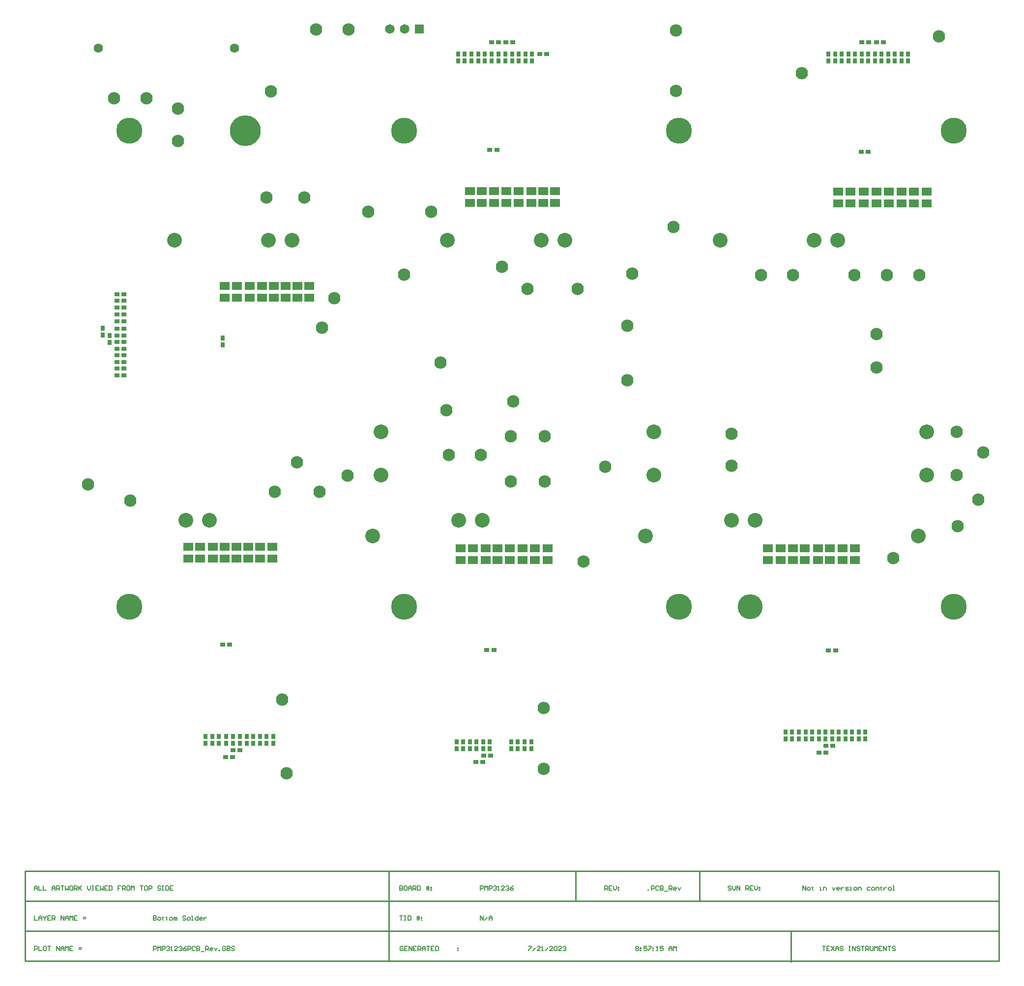
<source format=gbs>
G04*
G04 #@! TF.GenerationSoftware,Altium Limited,Altium Designer,23.6.0 (18)*
G04*
G04 Layer_Color=16711935*
%FSAX44Y44*%
%MOMM*%
G71*
G04*
G04 #@! TF.SameCoordinates,B6B15AAD-09C2-4985-A1E0-6DBEE0027C76*
G04*
G04*
G04 #@! TF.FilePolarity,Negative*
G04*
G01*
G75*
%ADD15C,0.2032*%
%ADD16C,0.2540*%
%ADD65R,0.7000X0.9000*%
%ADD66R,0.9000X0.7000*%
%ADD78R,1.7002X1.3700*%
%ADD94C,2.1320*%
%ADD95C,2.5400*%
G04:AMPARAMS|DCode=96|XSize=1.66mm|YSize=1.66mm|CornerRadius=0.0498mm|HoleSize=0mm|Usage=FLASHONLY|Rotation=0.000|XOffset=0mm|YOffset=0mm|HoleType=Round|Shape=RoundedRectangle|*
%AMROUNDEDRECTD96*
21,1,1.6600,1.5604,0,0,0.0*
21,1,1.5604,1.6600,0,0,0.0*
1,1,0.0996,0.7802,-0.7802*
1,1,0.0996,-0.7802,-0.7802*
1,1,0.0996,-0.7802,0.7802*
1,1,0.0996,0.7802,0.7802*
%
%ADD96ROUNDEDRECTD96*%
%ADD97C,1.6600*%
%ADD98C,4.5000*%
%ADD99C,5.3000*%
%ADD100C,4.3000*%
%ADD101C,1.6000*%
%ADD102C,1.6500*%
%ADD103R,1.6500X1.6500*%
G54D15*
X00322326Y00179196D02*
Y00171579D01*
X00326135D01*
X00327404Y00172848D01*
Y00174118D01*
X00326135Y00175387D01*
X00322326D01*
X00326135D01*
X00327404Y00176657D01*
Y00177927D01*
X00326135Y00179196D01*
X00322326D01*
X00331213Y00171579D02*
X00333752D01*
X00335022Y00172848D01*
Y00175387D01*
X00333752Y00176657D01*
X00331213D01*
X00329944Y00175387D01*
Y00172848D01*
X00331213Y00171579D01*
X00338831Y00177927D02*
Y00176657D01*
X00337561D01*
X00340100D01*
X00338831D01*
Y00172848D01*
X00340100Y00171579D01*
X00345179Y00177927D02*
Y00176657D01*
X00343909D01*
X00346448D01*
X00345179D01*
Y00172848D01*
X00346448Y00171579D01*
X00351527D02*
X00354066D01*
X00355335Y00172848D01*
Y00175387D01*
X00354066Y00176657D01*
X00351527D01*
X00350257Y00175387D01*
Y00172848D01*
X00351527Y00171579D01*
X00357874D02*
Y00176657D01*
X00359144D01*
X00360414Y00175387D01*
Y00171579D01*
Y00175387D01*
X00361683Y00176657D01*
X00362953Y00175387D01*
Y00171579D01*
X00378188Y00177927D02*
X00376918Y00179196D01*
X00374379D01*
X00373110Y00177927D01*
Y00176657D01*
X00374379Y00175387D01*
X00376918D01*
X00378188Y00174118D01*
Y00172848D01*
X00376918Y00171579D01*
X00374379D01*
X00373110Y00172848D01*
X00381997Y00171579D02*
X00384536D01*
X00385806Y00172848D01*
Y00175387D01*
X00384536Y00176657D01*
X00381997D01*
X00380727Y00175387D01*
Y00172848D01*
X00381997Y00171579D01*
X00388345D02*
X00390884D01*
X00389614D01*
Y00179196D01*
X00388345D01*
X00399771D02*
Y00171579D01*
X00395962D01*
X00394693Y00172848D01*
Y00175387D01*
X00395962Y00176657D01*
X00399771D01*
X00406119Y00171579D02*
X00403580D01*
X00402310Y00172848D01*
Y00175387D01*
X00403580Y00176657D01*
X00406119D01*
X00407388Y00175387D01*
Y00174118D01*
X00402310D01*
X00409928Y00176657D02*
Y00171579D01*
Y00174118D01*
X00411197Y00175387D01*
X00412467Y00176657D01*
X00413736D01*
X00885317Y00171450D02*
Y00179067D01*
X00890395Y00171450D01*
Y00179067D01*
X00892934Y00171450D02*
X00898013Y00176528D01*
X00900552Y00171450D02*
Y00176528D01*
X00903091Y00179067D01*
X00905630Y00176528D01*
Y00171450D01*
Y00175259D01*
X00900552D01*
X00746760Y00179067D02*
X00751838D01*
X00749299D01*
Y00171450D01*
X00754378Y00179067D02*
X00756917D01*
X00755647D01*
Y00171450D01*
X00754378D01*
X00756917D01*
X00760725Y00179067D02*
Y00171450D01*
X00764534D01*
X00765804Y00172720D01*
Y00177798D01*
X00764534Y00179067D01*
X00760725D01*
X00777230Y00171450D02*
Y00179067D01*
X00779769D02*
Y00171450D01*
X00775961Y00176528D02*
X00779769D01*
X00781039D01*
X00775961Y00173989D02*
X00781039D01*
X00783578Y00176528D02*
X00784848D01*
Y00175259D01*
X00783578D01*
Y00176528D01*
Y00172720D02*
X00784848D01*
Y00171450D01*
X00783578D01*
Y00172720D01*
X01474470Y00126912D02*
X01479548D01*
X01477009D01*
Y00119295D01*
X01487166Y00126912D02*
X01482088D01*
Y00119295D01*
X01487166D01*
X01482088Y00123104D02*
X01484627D01*
X01489705Y00126912D02*
X01494783Y00119295D01*
Y00126912D02*
X01489705Y00119295D01*
X01497323D02*
Y00124373D01*
X01499862Y00126912D01*
X01502401Y00124373D01*
Y00119295D01*
Y00123104D01*
X01497323D01*
X01510018Y00125643D02*
X01508749Y00126912D01*
X01506210D01*
X01504940Y00125643D01*
Y00124373D01*
X01506210Y00123104D01*
X01508749D01*
X01510018Y00121834D01*
Y00120564D01*
X01508749Y00119295D01*
X01506210D01*
X01504940Y00120564D01*
X01520175Y00126912D02*
X01522714D01*
X01521445D01*
Y00119295D01*
X01520175D01*
X01522714D01*
X01526523D02*
Y00126912D01*
X01531602Y00119295D01*
Y00126912D01*
X01539219Y00125643D02*
X01537950Y00126912D01*
X01535410D01*
X01534141Y00125643D01*
Y00124373D01*
X01535410Y00123104D01*
X01537950D01*
X01539219Y00121834D01*
Y00120564D01*
X01537950Y00119295D01*
X01535410D01*
X01534141Y00120564D01*
X01541758Y00126912D02*
X01546837D01*
X01544297D01*
Y00119295D01*
X01549376D02*
Y00126912D01*
X01553185D01*
X01554454Y00125643D01*
Y00123104D01*
X01553185Y00121834D01*
X01549376D01*
X01551915D02*
X01554454Y00119295D01*
X01556993Y00126912D02*
Y00120564D01*
X01558263Y00119295D01*
X01560802D01*
X01562072Y00120564D01*
Y00126912D01*
X01564611Y00119295D02*
Y00126912D01*
X01567150Y00124373D01*
X01569689Y00126912D01*
Y00119295D01*
X01577307Y00126912D02*
X01572228D01*
Y00119295D01*
X01577307D01*
X01572228Y00123104D02*
X01574768D01*
X01579846Y00119295D02*
Y00126912D01*
X01584924Y00119295D01*
Y00126912D01*
X01587463D02*
X01592542D01*
X01590003D01*
Y00119295D01*
X01600159Y00125643D02*
X01598890Y00126912D01*
X01596351D01*
X01595081Y00125643D01*
Y00124373D01*
X01596351Y00123104D01*
X01598890D01*
X01600159Y00121834D01*
Y00120564D01*
X01598890Y00119295D01*
X01596351D01*
X01595081Y00120564D01*
X01153287Y00125643D02*
X01154557Y00126912D01*
X01157096D01*
X01158365Y00125643D01*
Y00124373D01*
X01157096Y00123104D01*
X01158365Y00121834D01*
Y00120564D01*
X01157096Y00119295D01*
X01154557D01*
X01153287Y00120564D01*
Y00121834D01*
X01154557Y00123104D01*
X01153287Y00124373D01*
Y00125643D01*
X01154557Y00123104D02*
X01157096D01*
X01160904Y00124373D02*
X01162174D01*
Y00123104D01*
X01160904D01*
Y00124373D01*
Y00120564D02*
X01162174D01*
Y00119295D01*
X01160904D01*
Y00120564D01*
X01172331Y00126912D02*
X01167253D01*
Y00123104D01*
X01169792Y00124373D01*
X01171061D01*
X01172331Y00123104D01*
Y00120564D01*
X01171061Y00119295D01*
X01168522D01*
X01167253Y00120564D01*
X01174870Y00126912D02*
X01179948D01*
Y00125643D01*
X01174870Y00120564D01*
Y00119295D01*
X01182488Y00124373D02*
X01183757D01*
Y00123104D01*
X01182488D01*
Y00124373D01*
Y00120564D02*
X01183757D01*
Y00119295D01*
X01182488D01*
Y00120564D01*
X01188836Y00119295D02*
X01191375D01*
X01190105D01*
Y00126912D01*
X01188836Y00125643D01*
X01200262Y00126912D02*
X01195183D01*
Y00123104D01*
X01197723Y00124373D01*
X01198992D01*
X01200262Y00123104D01*
Y00120564D01*
X01198992Y00119295D01*
X01196453D01*
X01195183Y00120564D01*
X01210418Y00119295D02*
Y00124373D01*
X01212958Y00126912D01*
X01215497Y00124373D01*
Y00119295D01*
Y00123104D01*
X01210418D01*
X01218036Y00119295D02*
Y00126912D01*
X01220575Y00124373D01*
X01223114Y00126912D01*
Y00119295D01*
X00117729D02*
Y00126912D01*
X00121538D01*
X00122807Y00125643D01*
Y00123104D01*
X00121538Y00121834D01*
X00117729D01*
X00125346Y00126912D02*
Y00119295D01*
X00130425D01*
X00136773Y00126912D02*
X00134234D01*
X00132964Y00125643D01*
Y00120564D01*
X00134234Y00119295D01*
X00136773D01*
X00138042Y00120564D01*
Y00125643D01*
X00136773Y00126912D01*
X00140582D02*
X00145660D01*
X00143121D01*
Y00119295D01*
X00155817D02*
Y00126912D01*
X00160895Y00119295D01*
Y00126912D01*
X00163434Y00119295D02*
Y00124373D01*
X00165973Y00126912D01*
X00168513Y00124373D01*
Y00119295D01*
Y00123104D01*
X00163434D01*
X00171052Y00119295D02*
Y00126912D01*
X00173591Y00124373D01*
X00176130Y00126912D01*
Y00119295D01*
X00183748Y00126912D02*
X00178669D01*
Y00119295D01*
X00183748D01*
X00178669Y00123104D02*
X00181208D01*
X00193904Y00121834D02*
X00198983D01*
X00193904Y00124373D02*
X00198983D01*
X00117729Y00179196D02*
Y00171579D01*
X00122807D01*
X00125346D02*
Y00176657D01*
X00127886Y00179196D01*
X00130425Y00176657D01*
Y00171579D01*
Y00175387D01*
X00125346D01*
X00132964Y00179196D02*
Y00177927D01*
X00135503Y00175387D01*
X00138042Y00177927D01*
Y00179196D01*
X00135503Y00175387D02*
Y00171579D01*
X00145660Y00179196D02*
X00140582D01*
Y00171579D01*
X00145660D01*
X00140582Y00175387D02*
X00143121D01*
X00148199Y00171579D02*
Y00179196D01*
X00152008D01*
X00153278Y00177927D01*
Y00175387D01*
X00152008Y00174118D01*
X00148199D01*
X00150738D02*
X00153278Y00171579D01*
X00163434D02*
Y00179196D01*
X00168513Y00171579D01*
Y00179196D01*
X00171052Y00171579D02*
Y00176657D01*
X00173591Y00179196D01*
X00176130Y00176657D01*
Y00171579D01*
Y00175387D01*
X00171052D01*
X00178669Y00171579D02*
Y00179196D01*
X00181208Y00176657D01*
X00183748Y00179196D01*
Y00171579D01*
X00191365Y00179196D02*
X00186287D01*
Y00171579D01*
X00191365D01*
X00186287Y00175387D02*
X00188826D01*
X00201522Y00174118D02*
X00206600D01*
X00201522Y00176657D02*
X00206600D01*
X00746760Y00230714D02*
Y00223097D01*
X00750569D01*
X00751838Y00224366D01*
Y00225636D01*
X00750569Y00226905D01*
X00746760D01*
X00750569D01*
X00751838Y00228175D01*
Y00229445D01*
X00750569Y00230714D01*
X00746760D01*
X00758186D02*
X00755647D01*
X00754378Y00229445D01*
Y00224366D01*
X00755647Y00223097D01*
X00758186D01*
X00759456Y00224366D01*
Y00229445D01*
X00758186Y00230714D01*
X00761995Y00223097D02*
Y00228175D01*
X00764534Y00230714D01*
X00767073Y00228175D01*
Y00223097D01*
Y00226905D01*
X00761995D01*
X00769613Y00223097D02*
Y00230714D01*
X00773421D01*
X00774691Y00229445D01*
Y00226905D01*
X00773421Y00225636D01*
X00769613D01*
X00772152D02*
X00774691Y00223097D01*
X00777230Y00230714D02*
Y00223097D01*
X00781039D01*
X00782309Y00224366D01*
Y00229445D01*
X00781039Y00230714D01*
X00777230D01*
X00793735Y00223097D02*
Y00230714D01*
X00796274D02*
Y00223097D01*
X00792465Y00228175D02*
X00796274D01*
X00797544D01*
X00792465Y00225636D02*
X00797544D01*
X00800083Y00228175D02*
X00801352D01*
Y00226905D01*
X00800083D01*
Y00228175D01*
Y00224366D02*
X00801352D01*
Y00223097D01*
X00800083D01*
Y00224366D01*
X00885317Y00223097D02*
Y00230714D01*
X00889126D01*
X00890395Y00229445D01*
Y00226905D01*
X00889126Y00225636D01*
X00885317D01*
X00892934Y00223097D02*
Y00230714D01*
X00895474Y00228175D01*
X00898013Y00230714D01*
Y00223097D01*
X00900552D02*
Y00230714D01*
X00904361D01*
X00905630Y00229445D01*
Y00226905D01*
X00904361Y00225636D01*
X00900552D01*
X00908170Y00229445D02*
X00909439Y00230714D01*
X00911978D01*
X00913248Y00229445D01*
Y00228175D01*
X00911978Y00226905D01*
X00910709D01*
X00911978D01*
X00913248Y00225636D01*
Y00224366D01*
X00911978Y00223097D01*
X00909439D01*
X00908170Y00224366D01*
X00915787Y00223097D02*
X00918326D01*
X00917057D01*
Y00230714D01*
X00915787Y00229445D01*
X00927213Y00223097D02*
X00922135D01*
X00927213Y00228175D01*
Y00229445D01*
X00925944Y00230714D01*
X00923405D01*
X00922135Y00229445D01*
X00929753D02*
X00931022Y00230714D01*
X00933561D01*
X00934831Y00229445D01*
Y00228175D01*
X00933561Y00226905D01*
X00932292D01*
X00933561D01*
X00934831Y00225636D01*
Y00224366D01*
X00933561Y00223097D01*
X00931022D01*
X00929753Y00224366D01*
X00942449Y00230714D02*
X00939909Y00229445D01*
X00937370Y00226905D01*
Y00224366D01*
X00938640Y00223097D01*
X00941179D01*
X00942449Y00224366D01*
Y00225636D01*
X00941179Y00226905D01*
X00937370D01*
X01173861Y00223097D02*
Y00224366D01*
X01175131D01*
Y00223097D01*
X01173861D01*
X01180209D02*
Y00230714D01*
X01184018D01*
X01185287Y00229445D01*
Y00226905D01*
X01184018Y00225636D01*
X01180209D01*
X01192905Y00229445D02*
X01191635Y00230714D01*
X01189096D01*
X01187827Y00229445D01*
Y00224366D01*
X01189096Y00223097D01*
X01191635D01*
X01192905Y00224366D01*
X01195444Y00230714D02*
Y00223097D01*
X01199253D01*
X01200522Y00224366D01*
Y00225636D01*
X01199253Y00226905D01*
X01195444D01*
X01199253D01*
X01200522Y00228175D01*
Y00229445D01*
X01199253Y00230714D01*
X01195444D01*
X01203062Y00221827D02*
X01208140D01*
X01210679Y00223097D02*
Y00230714D01*
X01214488D01*
X01215757Y00229445D01*
Y00226905D01*
X01214488Y00225636D01*
X01210679D01*
X01213218D02*
X01215757Y00223097D01*
X01222105D02*
X01219566D01*
X01218297Y00224366D01*
Y00226905D01*
X01219566Y00228175D01*
X01222105D01*
X01223375Y00226905D01*
Y00225636D01*
X01218297D01*
X01225914Y00228175D02*
X01228453Y00223097D01*
X01230993Y00228175D01*
X00117729Y00223097D02*
Y00228175D01*
X00120268Y00230714D01*
X00122807Y00228175D01*
Y00223097D01*
Y00226905D01*
X00117729D01*
X00125346Y00230714D02*
Y00223097D01*
X00130425D01*
X00132964Y00230714D02*
Y00223097D01*
X00138042D01*
X00148199D02*
Y00228175D01*
X00150738Y00230714D01*
X00153278Y00228175D01*
Y00223097D01*
Y00226905D01*
X00148199D01*
X00155817Y00223097D02*
Y00230714D01*
X00159626D01*
X00160895Y00229445D01*
Y00226905D01*
X00159626Y00225636D01*
X00155817D01*
X00158356D02*
X00160895Y00223097D01*
X00163434Y00230714D02*
X00168513D01*
X00165973D01*
Y00223097D01*
X00171052Y00230714D02*
Y00223097D01*
X00173591Y00225636D01*
X00176130Y00223097D01*
Y00230714D01*
X00182478D02*
X00179939D01*
X00178669Y00229445D01*
Y00224366D01*
X00179939Y00223097D01*
X00182478D01*
X00183748Y00224366D01*
Y00229445D01*
X00182478Y00230714D01*
X00186287Y00223097D02*
Y00230714D01*
X00190096D01*
X00191365Y00229445D01*
Y00226905D01*
X00190096Y00225636D01*
X00186287D01*
X00188826D02*
X00191365Y00223097D01*
X00193904Y00230714D02*
Y00223097D01*
Y00225636D01*
X00198983Y00230714D01*
X00195174Y00226905D01*
X00198983Y00223097D01*
X00209139Y00230714D02*
Y00225636D01*
X00211679Y00223097D01*
X00214218Y00225636D01*
Y00230714D01*
X00216757D02*
X00219296D01*
X00218027D01*
Y00223097D01*
X00216757D01*
X00219296D01*
X00228183Y00230714D02*
X00223105D01*
Y00223097D01*
X00228183D01*
X00223105Y00226905D02*
X00225644D01*
X00230722Y00230714D02*
Y00223097D01*
X00233262Y00225636D01*
X00235801Y00223097D01*
Y00230714D01*
X00243418D02*
X00238340D01*
Y00223097D01*
X00243418D01*
X00238340Y00226905D02*
X00240879D01*
X00245958Y00230714D02*
Y00223097D01*
X00249766D01*
X00251036Y00224366D01*
Y00229445D01*
X00249766Y00230714D01*
X00245958D01*
X00266271D02*
X00261193D01*
Y00226905D01*
X00263732D01*
X00261193D01*
Y00223097D01*
X00268810D02*
Y00230714D01*
X00272619D01*
X00273888Y00229445D01*
Y00226905D01*
X00272619Y00225636D01*
X00268810D01*
X00271349D02*
X00273888Y00223097D01*
X00280236Y00230714D02*
X00277697D01*
X00276428Y00229445D01*
Y00224366D01*
X00277697Y00223097D01*
X00280236D01*
X00281506Y00224366D01*
Y00229445D01*
X00280236Y00230714D01*
X00284045Y00223097D02*
Y00230714D01*
X00286584Y00228175D01*
X00289124Y00230714D01*
Y00223097D01*
X00299280Y00230714D02*
X00304359D01*
X00301819D01*
Y00223097D01*
X00310707Y00230714D02*
X00308167D01*
X00306898Y00229445D01*
Y00224366D01*
X00308167Y00223097D01*
X00310707D01*
X00311976Y00224366D01*
Y00229445D01*
X00310707Y00230714D01*
X00314515Y00223097D02*
Y00230714D01*
X00318324D01*
X00319594Y00229445D01*
Y00226905D01*
X00318324Y00225636D01*
X00314515D01*
X00334829Y00229445D02*
X00333559Y00230714D01*
X00331020D01*
X00329750Y00229445D01*
Y00228175D01*
X00331020Y00226905D01*
X00333559D01*
X00334829Y00225636D01*
Y00224366D01*
X00333559Y00223097D01*
X00331020D01*
X00329750Y00224366D01*
X00337368Y00230714D02*
X00339907D01*
X00338638D01*
Y00223097D01*
X00337368D01*
X00339907D01*
X00343716Y00230714D02*
Y00223097D01*
X00347525D01*
X00348794Y00224366D01*
Y00229445D01*
X00347525Y00230714D01*
X00343716D01*
X00356412D02*
X00351333D01*
Y00223097D01*
X00356412D01*
X00351333Y00226905D02*
X00353873D01*
X00752346Y00125643D02*
X00751077Y00126912D01*
X00748538D01*
X00747268Y00125643D01*
Y00120564D01*
X00748538Y00119295D01*
X00751077D01*
X00752346Y00120564D01*
Y00123104D01*
X00749807D01*
X00759964Y00126912D02*
X00754885D01*
Y00119295D01*
X00759964D01*
X00754885Y00123104D02*
X00757425D01*
X00762503Y00119295D02*
Y00126912D01*
X00767581Y00119295D01*
Y00126912D01*
X00775199D02*
X00770121D01*
Y00119295D01*
X00775199D01*
X00770121Y00123104D02*
X00772660D01*
X00777738Y00119295D02*
Y00126912D01*
X00781547D01*
X00782816Y00125643D01*
Y00123104D01*
X00781547Y00121834D01*
X00777738D01*
X00780277D02*
X00782816Y00119295D01*
X00785356D02*
Y00124373D01*
X00787895Y00126912D01*
X00790434Y00124373D01*
Y00119295D01*
Y00123104D01*
X00785356D01*
X00792973Y00126912D02*
X00798052D01*
X00795512D01*
Y00119295D01*
X00805669Y00126912D02*
X00800591D01*
Y00119295D01*
X00805669D01*
X00800591Y00123104D02*
X00803130D01*
X00808208Y00126912D02*
Y00119295D01*
X00812017D01*
X00813287Y00120564D01*
Y00125643D01*
X00812017Y00126912D01*
X00808208D01*
X00846296Y00124373D02*
X00847566D01*
Y00123104D01*
X00846296D01*
Y00124373D01*
Y00120564D02*
X00847566D01*
Y00119295D01*
X00846296D01*
Y00120564D01*
X00968121Y00126912D02*
X00973199D01*
Y00125643D01*
X00968121Y00120564D01*
Y00119295D01*
X00975739D02*
X00980817Y00124373D01*
X00988434Y00119295D02*
X00983356D01*
X00988434Y00124373D01*
Y00125643D01*
X00987165Y00126912D01*
X00984626D01*
X00983356Y00125643D01*
X00990974Y00119295D02*
X00993513D01*
X00992243D01*
Y00126912D01*
X00990974Y00125643D01*
X00997322Y00119295D02*
X01002400Y00124373D01*
X01010017Y00119295D02*
X01004939D01*
X01010017Y00124373D01*
Y00125643D01*
X01008748Y00126912D01*
X01006209D01*
X01004939Y00125643D01*
X01012557D02*
X01013826Y00126912D01*
X01016365D01*
X01017635Y00125643D01*
Y00120564D01*
X01016365Y00119295D01*
X01013826D01*
X01012557Y00120564D01*
Y00125643D01*
X01025253Y00119295D02*
X01020174D01*
X01025253Y00124373D01*
Y00125643D01*
X01023983Y00126912D01*
X01021444D01*
X01020174Y00125643D01*
X01027792D02*
X01029061Y00126912D01*
X01031600D01*
X01032870Y00125643D01*
Y00124373D01*
X01031600Y00123104D01*
X01030331D01*
X01031600D01*
X01032870Y00121834D01*
Y00120564D01*
X01031600Y00119295D01*
X01029061D01*
X01027792Y00120564D01*
X00322326Y00119295D02*
Y00126912D01*
X00326135D01*
X00327404Y00125643D01*
Y00123104D01*
X00326135Y00121834D01*
X00322326D01*
X00329944Y00119295D02*
Y00126912D01*
X00332483Y00124373D01*
X00335022Y00126912D01*
Y00119295D01*
X00337561D02*
Y00126912D01*
X00341370D01*
X00342639Y00125643D01*
Y00123104D01*
X00341370Y00121834D01*
X00337561D01*
X00345179Y00125643D02*
X00346448Y00126912D01*
X00348987D01*
X00350257Y00125643D01*
Y00124373D01*
X00348987Y00123104D01*
X00347718D01*
X00348987D01*
X00350257Y00121834D01*
Y00120564D01*
X00348987Y00119295D01*
X00346448D01*
X00345179Y00120564D01*
X00352796Y00119295D02*
X00355335D01*
X00354066D01*
Y00126912D01*
X00352796Y00125643D01*
X00364222Y00119295D02*
X00359144D01*
X00364222Y00124373D01*
Y00125643D01*
X00362953Y00126912D01*
X00360414D01*
X00359144Y00125643D01*
X00366762D02*
X00368031Y00126912D01*
X00370570D01*
X00371840Y00125643D01*
Y00124373D01*
X00370570Y00123104D01*
X00369301D01*
X00370570D01*
X00371840Y00121834D01*
Y00120564D01*
X00370570Y00119295D01*
X00368031D01*
X00366762Y00120564D01*
X00379458Y00126912D02*
X00376918Y00125643D01*
X00374379Y00123104D01*
Y00120564D01*
X00375649Y00119295D01*
X00378188D01*
X00379458Y00120564D01*
Y00121834D01*
X00378188Y00123104D01*
X00374379D01*
X00381997Y00119295D02*
Y00126912D01*
X00385806D01*
X00387075Y00125643D01*
Y00123104D01*
X00385806Y00121834D01*
X00381997D01*
X00394693Y00125643D02*
X00393423Y00126912D01*
X00390884D01*
X00389614Y00125643D01*
Y00120564D01*
X00390884Y00119295D01*
X00393423D01*
X00394693Y00120564D01*
X00397232Y00126912D02*
Y00119295D01*
X00401040D01*
X00402310Y00120564D01*
Y00121834D01*
X00401040Y00123104D01*
X00397232D01*
X00401040D01*
X00402310Y00124373D01*
Y00125643D01*
X00401040Y00126912D01*
X00397232D01*
X00404849Y00118025D02*
X00409928D01*
X00412467Y00119295D02*
Y00126912D01*
X00416276D01*
X00417545Y00125643D01*
Y00123104D01*
X00416276Y00121834D01*
X00412467D01*
X00415006D02*
X00417545Y00119295D01*
X00423893D02*
X00421354D01*
X00420084Y00120564D01*
Y00123104D01*
X00421354Y00124373D01*
X00423893D01*
X00425163Y00123104D01*
Y00121834D01*
X00420084D01*
X00427702Y00124373D02*
X00430241Y00119295D01*
X00432780Y00124373D01*
X00435319Y00119295D02*
Y00120564D01*
X00436589D01*
Y00119295D01*
X00435319D01*
X00446746Y00125643D02*
X00445476Y00126912D01*
X00442937D01*
X00441667Y00125643D01*
Y00120564D01*
X00442937Y00119295D01*
X00445476D01*
X00446746Y00120564D01*
Y00123104D01*
X00444207D01*
X00449285Y00126912D02*
Y00119295D01*
X00453094D01*
X00454363Y00120564D01*
Y00121834D01*
X00453094Y00123104D01*
X00449285D01*
X00453094D01*
X00454363Y00124373D01*
Y00125643D01*
X00453094Y00126912D01*
X00449285D01*
X00461981Y00125643D02*
X00460711Y00126912D01*
X00458172D01*
X00456903Y00125643D01*
Y00124373D01*
X00458172Y00123104D01*
X00460711D01*
X00461981Y00121834D01*
Y00120564D01*
X00460711Y00119295D01*
X00458172D01*
X00456903Y00120564D01*
X01099820Y00223097D02*
Y00230714D01*
X01103629D01*
X01104898Y00229445D01*
Y00226905D01*
X01103629Y00225636D01*
X01099820D01*
X01102359D02*
X01104898Y00223097D01*
X01112516Y00230714D02*
X01107438D01*
Y00223097D01*
X01112516D01*
X01107438Y00226905D02*
X01109977D01*
X01115055Y00230714D02*
Y00225636D01*
X01117594Y00223097D01*
X01120133Y00225636D01*
Y00230714D01*
X01122673Y00228175D02*
X01123942D01*
Y00226905D01*
X01122673D01*
Y00228175D01*
Y00224366D02*
X01123942D01*
Y00223097D01*
X01122673D01*
Y00224366D01*
X01317750Y00229445D02*
X01316481Y00230714D01*
X01313942D01*
X01312672Y00229445D01*
Y00228175D01*
X01313942Y00226905D01*
X01316481D01*
X01317750Y00225636D01*
Y00224366D01*
X01316481Y00223097D01*
X01313942D01*
X01312672Y00224366D01*
X01320289Y00230714D02*
Y00225636D01*
X01322829Y00223097D01*
X01325368Y00225636D01*
Y00230714D01*
X01327907Y00223097D02*
Y00230714D01*
X01332985Y00223097D01*
Y00230714D01*
X01343142Y00223097D02*
Y00230714D01*
X01346951D01*
X01348221Y00229445D01*
Y00226905D01*
X01346951Y00225636D01*
X01343142D01*
X01345681D02*
X01348221Y00223097D01*
X01355838Y00230714D02*
X01350760D01*
Y00223097D01*
X01355838D01*
X01350760Y00226905D02*
X01353299D01*
X01358377Y00230714D02*
Y00225636D01*
X01360916Y00223097D01*
X01363456Y00225636D01*
Y00230714D01*
X01365995Y00228175D02*
X01367264D01*
Y00226905D01*
X01365995D01*
Y00228175D01*
Y00224366D02*
X01367264D01*
Y00223097D01*
X01365995D01*
Y00224366D01*
X01441196Y00223097D02*
Y00230714D01*
X01446274Y00223097D01*
Y00230714D01*
X01450083Y00223097D02*
X01452622D01*
X01453892Y00224366D01*
Y00226905D01*
X01452622Y00228175D01*
X01450083D01*
X01448813Y00226905D01*
Y00224366D01*
X01450083Y00223097D01*
X01457701Y00229445D02*
Y00228175D01*
X01456431D01*
X01458970D01*
X01457701D01*
Y00224366D01*
X01458970Y00223097D01*
X01470397D02*
X01472936D01*
X01471666D01*
Y00228175D01*
X01470397D01*
X01476745Y00223097D02*
Y00228175D01*
X01480553D01*
X01481823Y00226905D01*
Y00223097D01*
X01491980Y00228175D02*
X01494519Y00223097D01*
X01497058Y00228175D01*
X01503406Y00223097D02*
X01500867D01*
X01499597Y00224366D01*
Y00226905D01*
X01500867Y00228175D01*
X01503406D01*
X01504675Y00226905D01*
Y00225636D01*
X01499597D01*
X01507215Y00228175D02*
Y00223097D01*
Y00225636D01*
X01508484Y00226905D01*
X01509754Y00228175D01*
X01511023D01*
X01514832Y00223097D02*
X01518641D01*
X01519910Y00224366D01*
X01518641Y00225636D01*
X01516102D01*
X01514832Y00226905D01*
X01516102Y00228175D01*
X01519910D01*
X01522450Y00223097D02*
X01524989D01*
X01523719D01*
Y00228175D01*
X01522450D01*
X01530067Y00223097D02*
X01532606D01*
X01533876Y00224366D01*
Y00226905D01*
X01532606Y00228175D01*
X01530067D01*
X01528798Y00226905D01*
Y00224366D01*
X01530067Y00223097D01*
X01536415D02*
Y00228175D01*
X01540224D01*
X01541494Y00226905D01*
Y00223097D01*
X01556729Y00228175D02*
X01552920D01*
X01551650Y00226905D01*
Y00224366D01*
X01552920Y00223097D01*
X01556729D01*
X01560537D02*
X01563077D01*
X01564346Y00224366D01*
Y00226905D01*
X01563077Y00228175D01*
X01560537D01*
X01559268Y00226905D01*
Y00224366D01*
X01560537Y00223097D01*
X01566885D02*
Y00228175D01*
X01570694D01*
X01571964Y00226905D01*
Y00223097D01*
X01575773Y00229445D02*
Y00228175D01*
X01574503D01*
X01577042D01*
X01575773D01*
Y00224366D01*
X01577042Y00223097D01*
X01580851Y00228175D02*
Y00223097D01*
Y00225636D01*
X01582120Y00226905D01*
X01583390Y00228175D01*
X01584660D01*
X01589738Y00223097D02*
X01592277D01*
X01593547Y00224366D01*
Y00226905D01*
X01592277Y00228175D01*
X01589738D01*
X01588468Y00226905D01*
Y00224366D01*
X01589738Y00223097D01*
X01596086D02*
X01598625D01*
X01597355D01*
Y00230714D01*
X01596086D01*
G54D16*
X01420876Y00100076D02*
Y00151596D01*
X01118870Y00101727D02*
X01778508D01*
Y00256667D01*
X00727710Y00101727D02*
Y00256667D01*
X00101600Y00101727D02*
Y00256667D01*
X00101727Y00101727D02*
X00501904D01*
X00101727D02*
Y00256667D01*
Y00256667D02*
X01778508D01*
X00101600Y00101727D02*
X01118870D01*
X00101600Y00153374D02*
X01778000D01*
X00101600Y00205020D02*
X01778508D01*
X01049528D02*
Y00256667D01*
X01262888Y00205020D02*
Y00256667D01*
G54D65*
X00441639Y01174901D02*
D03*
Y01162901D02*
D03*
X01411294Y00483966D02*
D03*
Y00495966D02*
D03*
X01422488Y00495966D02*
D03*
Y00483966D02*
D03*
X01434338Y00495966D02*
D03*
Y00483966D02*
D03*
X01445768Y00496466D02*
D03*
Y00484466D02*
D03*
X01457198Y00495966D02*
D03*
Y00483966D02*
D03*
X01468628Y00495966D02*
D03*
Y00483966D02*
D03*
X01480058Y00495966D02*
D03*
Y00483966D02*
D03*
X01491488Y00495966D02*
D03*
Y00483966D02*
D03*
X01502918Y00495966D02*
D03*
Y00483966D02*
D03*
X01514348Y00495966D02*
D03*
Y00483966D02*
D03*
X01525778Y00495966D02*
D03*
Y00483966D02*
D03*
X01537208Y00495966D02*
D03*
Y00483966D02*
D03*
X01548638Y00495966D02*
D03*
Y00483966D02*
D03*
X00844563Y00479486D02*
D03*
Y00467486D02*
D03*
X00855993Y00479486D02*
D03*
Y00467486D02*
D03*
X00867423Y00479486D02*
D03*
Y00467486D02*
D03*
X00878853Y00479486D02*
D03*
Y00467486D02*
D03*
X00890283D02*
D03*
Y00479486D02*
D03*
X00901713D02*
D03*
Y00467486D02*
D03*
X00938543Y00479486D02*
D03*
Y00467486D02*
D03*
X00949973Y00479486D02*
D03*
Y00467486D02*
D03*
X00961383Y00479486D02*
D03*
Y00467486D02*
D03*
X00973383Y00479486D02*
D03*
Y00467486D02*
D03*
X00412626Y00488536D02*
D03*
Y00476536D02*
D03*
X00424056Y00488536D02*
D03*
Y00476536D02*
D03*
X00435486Y00488536D02*
D03*
Y00476536D02*
D03*
X00447486Y00488536D02*
D03*
Y00476536D02*
D03*
X00459486Y00488536D02*
D03*
Y00476536D02*
D03*
X00471543Y00488536D02*
D03*
Y00476536D02*
D03*
X00482973Y00488536D02*
D03*
Y00476536D02*
D03*
X00494403Y00488536D02*
D03*
Y00476536D02*
D03*
X00505833Y00488536D02*
D03*
Y00476536D02*
D03*
X00517263Y00488536D02*
D03*
Y00476536D02*
D03*
X00528693Y00488536D02*
D03*
Y00476536D02*
D03*
X00246888Y01179226D02*
D03*
Y01167226D02*
D03*
X00235458Y01191926D02*
D03*
Y01179926D02*
D03*
X01485138Y01652366D02*
D03*
Y01664366D02*
D03*
X01496568Y01652366D02*
D03*
Y01664366D02*
D03*
X01507998Y01652366D02*
D03*
Y01664366D02*
D03*
X01519428Y01652366D02*
D03*
Y01664366D02*
D03*
X01530858Y01652366D02*
D03*
Y01664366D02*
D03*
X01542288Y01652366D02*
D03*
Y01664366D02*
D03*
X01553718Y01652366D02*
D03*
Y01664366D02*
D03*
X01565148Y01652366D02*
D03*
Y01664366D02*
D03*
X01576578Y01652366D02*
D03*
Y01664366D02*
D03*
X01588008Y01652366D02*
D03*
Y01664366D02*
D03*
X01599438Y01652366D02*
D03*
Y01664366D02*
D03*
X01610868Y01652366D02*
D03*
Y01664366D02*
D03*
X01622312Y01652366D02*
D03*
Y01664366D02*
D03*
X00847128D02*
D03*
Y01652366D02*
D03*
X00858458Y01664366D02*
D03*
Y01652366D02*
D03*
X00870458D02*
D03*
Y01664366D02*
D03*
X00881888Y01652366D02*
D03*
Y01664366D02*
D03*
X00893318Y01652366D02*
D03*
Y01664366D02*
D03*
X00904748Y01652366D02*
D03*
Y01664366D02*
D03*
X00916878Y01652366D02*
D03*
Y01664366D02*
D03*
X00928878Y01652366D02*
D03*
Y01664366D02*
D03*
X00940308Y01652366D02*
D03*
Y01664366D02*
D03*
X00951738Y01652366D02*
D03*
Y01664366D02*
D03*
X00963168Y01652366D02*
D03*
Y01664366D02*
D03*
X00974598Y01652366D02*
D03*
Y01664366D02*
D03*
G54D66*
X00441898Y00646581D02*
D03*
X00453898D02*
D03*
X01485338Y00636581D02*
D03*
X01497338D02*
D03*
X00908944Y00637046D02*
D03*
X00896944D02*
D03*
X01541323Y01495806D02*
D03*
X01553323D02*
D03*
X00901976Y01499622D02*
D03*
X00913976D02*
D03*
X01468978Y00460756D02*
D03*
X01480978D02*
D03*
X01480408Y00472186D02*
D03*
X01492408D02*
D03*
X00877525Y00444246D02*
D03*
X00889525D02*
D03*
X00891128Y00455676D02*
D03*
X00903128D02*
D03*
X00459328Y00464566D02*
D03*
X00471328D02*
D03*
X00447108Y00453136D02*
D03*
X00459108D02*
D03*
X00271938Y01110996D02*
D03*
X00259938D02*
D03*
X00271938Y01122426D02*
D03*
X00259938D02*
D03*
X00271938Y01133856D02*
D03*
X00259938D02*
D03*
X00271938Y01145286D02*
D03*
X00259938D02*
D03*
X00271938Y01156716D02*
D03*
X00259938D02*
D03*
X00271938Y01168146D02*
D03*
X00259938D02*
D03*
X00271938Y01179576D02*
D03*
X00259938D02*
D03*
X00271938Y01191576D02*
D03*
X00259938D02*
D03*
X00271938Y01203576D02*
D03*
X00259938D02*
D03*
X00271938Y01215576D02*
D03*
X00259938D02*
D03*
X00271938Y01227836D02*
D03*
X00259938D02*
D03*
X00271938Y01239266D02*
D03*
X00259938D02*
D03*
X00271938Y01250541D02*
D03*
X00259938D02*
D03*
X01554265Y01685036D02*
D03*
X01542265D02*
D03*
X01579608D02*
D03*
X01567608D02*
D03*
X00941178D02*
D03*
X00929178D02*
D03*
X00916988D02*
D03*
X00904988D02*
D03*
X00999648Y01664366D02*
D03*
X00987648D02*
D03*
G54D78*
X00867918Y01408176D02*
D03*
Y01428496D02*
D03*
X01380998Y00792226D02*
D03*
Y00812546D02*
D03*
X01402588Y00792226D02*
D03*
Y00812546D02*
D03*
X01424178Y00792226D02*
D03*
Y00812546D02*
D03*
X01444498Y00792226D02*
D03*
Y00812546D02*
D03*
X01467358Y00792226D02*
D03*
Y00812546D02*
D03*
X01487678Y00792226D02*
D03*
Y00812546D02*
D03*
X01509268Y00792226D02*
D03*
Y00812546D02*
D03*
X01530858Y00792226D02*
D03*
Y00812546D02*
D03*
X00851408Y00792226D02*
D03*
Y00812546D02*
D03*
X00872998Y00792226D02*
D03*
Y00812546D02*
D03*
X00894588Y00792226D02*
D03*
Y00812546D02*
D03*
X00914908Y00792226D02*
D03*
Y00812546D02*
D03*
X00936498Y00792226D02*
D03*
Y00812546D02*
D03*
X00958088Y00792226D02*
D03*
Y00812546D02*
D03*
X00979533Y00792226D02*
D03*
Y00812546D02*
D03*
X01001268Y00792226D02*
D03*
Y00812546D02*
D03*
X00382778Y00815086D02*
D03*
Y00794766D02*
D03*
X00403098D02*
D03*
Y00815086D02*
D03*
X00424688Y00794766D02*
D03*
Y00815086D02*
D03*
X00445008Y00794766D02*
D03*
Y00815086D02*
D03*
X00465328Y00794766D02*
D03*
Y00815086D02*
D03*
X00485648Y00794766D02*
D03*
Y00815086D02*
D03*
X00505968Y00794766D02*
D03*
Y00815086D02*
D03*
X00527558Y00794766D02*
D03*
Y00815086D02*
D03*
X00445008Y01244346D02*
D03*
Y01264666D02*
D03*
X00466598Y01244346D02*
D03*
Y01264666D02*
D03*
X00488188Y01244346D02*
D03*
Y01264666D02*
D03*
X00509778Y01244346D02*
D03*
Y01264666D02*
D03*
X00530098Y01244346D02*
D03*
Y01264666D02*
D03*
X00550418Y01244346D02*
D03*
Y01264666D02*
D03*
X00570738Y01244346D02*
D03*
Y01264666D02*
D03*
X00591058Y01244346D02*
D03*
Y01264666D02*
D03*
X01501648Y01427226D02*
D03*
Y01406906D02*
D03*
X01523238Y01427226D02*
D03*
Y01406906D02*
D03*
X01545718Y01427226D02*
D03*
Y01406906D02*
D03*
X01567688Y01427226D02*
D03*
Y01406906D02*
D03*
X01589278Y01427226D02*
D03*
Y01406906D02*
D03*
X01610868Y01427226D02*
D03*
Y01406906D02*
D03*
X01632458Y01427226D02*
D03*
Y01406906D02*
D03*
X01654048Y01427226D02*
D03*
Y01406906D02*
D03*
X00888238Y01428496D02*
D03*
Y01408176D02*
D03*
X00909258Y01428496D02*
D03*
Y01408176D02*
D03*
X00930148Y01428496D02*
D03*
Y01408176D02*
D03*
X00951738Y01428496D02*
D03*
Y01408176D02*
D03*
X00973328Y01428496D02*
D03*
Y01408176D02*
D03*
X00993648Y01428496D02*
D03*
Y01408176D02*
D03*
X01013968D02*
D03*
Y01428496D02*
D03*
G54D94*
X00817118Y01132586D02*
D03*
X00544068Y00552196D02*
D03*
X00612648Y01192647D02*
D03*
X00922528Y01297686D02*
D03*
X00800608Y01392936D02*
D03*
X00569665Y00960875D02*
D03*
X01596898Y00796036D02*
D03*
X00634238Y01243506D02*
D03*
X01567988Y01182116D02*
D03*
Y01124636D02*
D03*
X00994918Y00432816D02*
D03*
X00210058Y00923036D02*
D03*
X01439418Y01631696D02*
D03*
X01222248Y01600676D02*
D03*
X01675638Y01695196D02*
D03*
X00658368Y01706626D02*
D03*
X00602488D02*
D03*
X01222248Y01705356D02*
D03*
X01063527Y00789686D02*
D03*
X00282448Y00895096D02*
D03*
X00310388Y01588516D02*
D03*
X00551688Y00425196D02*
D03*
X00254508Y01588516D02*
D03*
X00364998Y01570736D02*
D03*
X01585768Y01283716D02*
D03*
X00531368Y00910336D02*
D03*
X01318268Y00954756D02*
D03*
X01138428Y01102106D02*
D03*
X00831088Y00973836D02*
D03*
X00827278Y01050776D02*
D03*
X00994918Y00537595D02*
D03*
X01641348Y01283716D02*
D03*
X01218438Y01366266D02*
D03*
X01369053Y01283716D02*
D03*
X01529888D02*
D03*
X01751838Y00977646D02*
D03*
X01424178Y01283716D02*
D03*
X01138428Y01196066D02*
D03*
X01147318Y01286256D02*
D03*
X01053338Y01259586D02*
D03*
X01100328Y00953516D02*
D03*
X00966988Y01259586D02*
D03*
X00754068Y01283946D02*
D03*
X00692658Y01392936D02*
D03*
X00582168Y01417066D02*
D03*
X00517398D02*
D03*
X01706118Y00938686D02*
D03*
X01707388Y00850646D02*
D03*
X01742948Y00896366D02*
D03*
X01706118Y01013686D02*
D03*
X01318268Y01009946D02*
D03*
X00996188Y00928116D02*
D03*
Y01005586D02*
D03*
X00942594Y01065508D02*
D03*
X00937768Y01005586D02*
D03*
X00364998Y01514856D02*
D03*
X00937768Y00928116D02*
D03*
X00608838Y00910336D02*
D03*
X00886018Y00973836D02*
D03*
X00657098Y00938276D02*
D03*
X00525018Y01600406D02*
D03*
G54D95*
X00358768Y01343686D02*
D03*
X01654268Y00938686D02*
D03*
X01184268D02*
D03*
X00714268Y01013686D02*
D03*
X01031268Y01343686D02*
D03*
X00418768Y00860686D02*
D03*
X01298768Y01343686D02*
D03*
X01318268Y00860686D02*
D03*
X00714268Y00938686D02*
D03*
X01184268Y01013686D02*
D03*
X00990768Y01343686D02*
D03*
X00378268Y00860686D02*
D03*
X00888768D02*
D03*
X00700268Y00833686D02*
D03*
X01640268D02*
D03*
X01460768Y01343686D02*
D03*
X01654268Y01013686D02*
D03*
X00561268Y01343686D02*
D03*
X00848268Y00860686D02*
D03*
X00828768Y01343686D02*
D03*
X01501268D02*
D03*
X01358768Y00860686D02*
D03*
X00520768Y01343686D02*
D03*
X01170268Y00833686D02*
D03*
G54D96*
X00700268D02*
D03*
G54D97*
X01170268D02*
D03*
X01640268D02*
D03*
X00378268Y00860686D02*
D03*
X00418768D02*
D03*
X00848268D02*
D03*
X00888768D02*
D03*
X01318268D02*
D03*
X01358768D02*
D03*
X00714268Y00938686D02*
D03*
X01184268D02*
D03*
X01654268D02*
D03*
X00714268Y01013686D02*
D03*
X01184268D02*
D03*
X01654268D02*
D03*
X00358768Y01343686D02*
D03*
X00520768D02*
D03*
X00561268D02*
D03*
X00828768D02*
D03*
X00990768D02*
D03*
X01031268D02*
D03*
X01298768D02*
D03*
X01460768D02*
D03*
X01501268D02*
D03*
G54D98*
X00280768Y01532186D02*
D03*
Y00712186D02*
D03*
X00754068Y01532186D02*
D03*
Y00712186D02*
D03*
X01227468Y01532186D02*
D03*
Y00712186D02*
D03*
X01700768Y01532186D02*
D03*
Y00712186D02*
D03*
G54D99*
X00480768Y01532186D02*
D03*
G54D100*
X01350768Y00712186D02*
D03*
G54D101*
X00227328Y01674436D02*
D03*
X00462028D02*
D03*
G54D102*
X00754888Y01707896D02*
D03*
X00729488D02*
D03*
G54D103*
X00780288D02*
D03*
M02*

</source>
